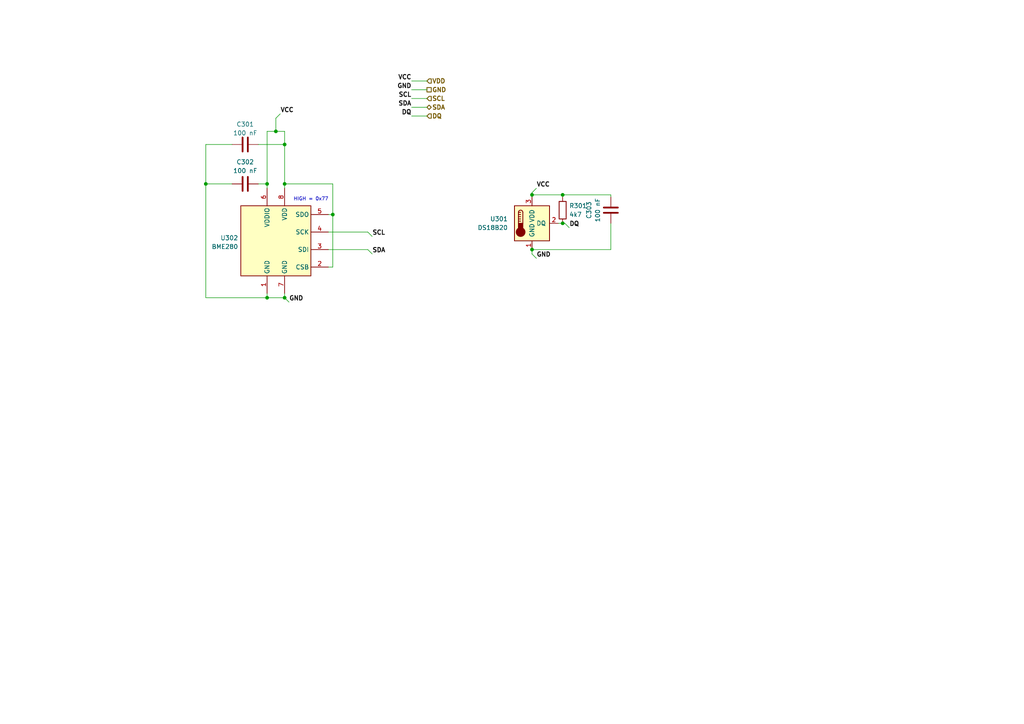
<source format=kicad_sch>
(kicad_sch (version 20211123) (generator eeschema)
  (paper "A4")
  (title_block (title "CanSat 2023") (rev "2022") (company "The Project SkyFall") (comment 1 "David Haisman"))
  (lib_symbols
    (symbol "Device:C" (pin_numbers hide) (pin_names (offset 0.254))
      (property "Reference" "C" (at 0.635 2.54 0))
      (property "Value" "C" (at 0.635 -2.54 0))
      (symbol "C_0_1"
        (polyline (pts (xy -2.032 -0.762) (xy 2.032 -0.762)) (stroke (width 0.508)))
        (polyline (pts (xy -2.032 0.762) (xy 2.032 0.762)) (stroke (width 0.508)))
      )
      (symbol "C_1_1"
        (pin passive line (at 0 3.81 270) (length 2.794) (name "~") (number "1"))
        (pin passive line (at 0 -3.81 90) (length 2.794) (name "~") (number "2"))
      )
    )
    (symbol "Device:R" (pin_numbers hide) (pin_names (offset 0))
      (property "Reference" "R" (at 2.032 0 90))
      (property "Value" "R" (at 0 0 90))
      (symbol "R_0_1"
        (rectangle (start -1.016 -2.54) (end 1.016 2.54) (stroke (width 0.254)))
      )
      (symbol "R_1_1"
        (pin passive line (at 0 3.81 270) (length 1.27) (name "~") (number "1"))
        (pin passive line (at 0 -3.81 90) (length 1.27) (name "~") (number "2"))
      )
    )
    (symbol "Sensor:BME280"
      (property "Reference" "U" (at -8.89 11.43 0))
      (property "Value" "BME280" (at 7.62 11.43 0))
      (symbol "BME280_0_1"
        (rectangle (start -10.16 10.16) (end 10.16 -10.16) (stroke (width 0.254)) (fill (type background)))
      )
      (symbol "BME280_1_1"
        (pin power_in line (at -2.54 -15.24 90) (length 5.08) (name "GND") (number "1"))
        (pin input line (at 15.24 -7.62 180) (length 5.08) (name "CSB") (number "2"))
        (pin bidirectional line (at 15.24 -2.54 180) (length 5.08) (name "SDI") (number "3"))
        (pin input line (at 15.24 2.54 180) (length 5.08) (name "SCK") (number "4"))
        (pin bidirectional line (at 15.24 7.62 180) (length 5.08) (name "SDO") (number "5"))
        (pin power_in line (at -2.54 15.24 270) (length 5.08) (name "VDDIO") (number "6"))
        (pin power_in line (at 2.54 -15.24 90) (length 5.08) (name "GND") (number "7"))
        (pin power_in line (at 2.54 15.24 270) (length 5.08) (name "VDD") (number "8"))
      )
    )
    (symbol "Sensor_Temperature:DS18B20" (pin_names (offset 1.016))
      (property "Reference" "U" (at -3.81 6.35 0))
      (property "Value" "DS18B20" (at 6.35 6.35 0))
      (symbol "DS18B20_0_1"
        (rectangle (start -5.08 5.08) (end 5.08 -5.08) (stroke (width 0.254)) (fill (type background)))
        (circle (center -3.302 -2.54) (radius 1.27) (stroke (width 0.254)) (fill (type outline)))
        (rectangle (start -2.667 -1.905) (end -3.937 0) (stroke (width 0.254)) (fill (type outline)))
        (arc (start -2.667 3.175) (mid -3.302 3.81) (end -3.937 3.175) (stroke (width 0.254)))
        (polyline (pts (xy -3.937 0.635) (xy -3.302 0.635)) (stroke (width 0.254)))
        (polyline (pts (xy -3.937 1.27) (xy -3.302 1.27)) (stroke (width 0.254)))
        (polyline (pts (xy -3.937 1.905) (xy -3.302 1.905)) (stroke (width 0.254)))
        (polyline (pts (xy -3.937 2.54) (xy -3.302 2.54)) (stroke (width 0.254)))
        (polyline (pts (xy -3.937 3.175) (xy -3.937 0)) (stroke (width 0.254)))
        (polyline (pts (xy -3.937 3.175) (xy -3.302 3.175)) (stroke (width 0.254)))
        (polyline (pts (xy -2.667 3.175) (xy -2.667 0)) (stroke (width 0.254)))
      )
      (symbol "DS18B20_1_1"
        (pin power_in line (at 0 -7.62 90) (length 2.54) (name "GND") (number "1"))
        (pin bidirectional line (at 7.62 0 180) (length 2.54) (name "DQ") (number "2"))
        (pin power_in line (at 0 7.62 270) (length 2.54) (name "VDD") (number "3"))
      )
    )
  )
  (junction (at 80.01 38.1))
  (junction (at 59.69 53.34))
  (junction (at 82.55 86.36))
  (junction (at 82.55 53.34))
  (junction (at 82.55 41.91))
  (junction (at 163.195 64.77))
  (junction (at 77.47 53.34))
  (junction (at 154.305 72.39))
  (junction (at 77.47 86.36))
  (junction (at 96.52 62.23))
  (junction (at 154.305 56.515))
  (junction (at 163.195 56.515))
  (wire (pts (xy 59.69 41.91) (xy 59.69 53.34)))
  (wire (pts (xy 74.93 41.91) (xy 82.55 41.91)))
  (wire (pts (xy 77.47 86.36) (xy 82.55 86.36)))
  (wire (pts (xy 82.55 86.36) (xy 83.82 87.63)))
  (wire (pts (xy 96.52 62.23) (xy 96.52 77.47)))
  (wire (pts (xy 77.47 85.09) (xy 77.47 86.36)))
  (wire (pts (xy 80.01 38.1) (xy 80.01 34.29)))
  (wire (pts (xy 77.47 53.34) (xy 77.47 54.61)))
  (wire (pts (xy 119.38 31.115) (xy 123.825 31.115)))
  (wire (pts (xy 67.31 41.91) (xy 59.69 41.91)))
  (wire (pts (xy 96.52 53.34) (xy 96.52 62.23)))
  (wire (pts (xy 119.38 28.575) (xy 123.825 28.575)))
  (wire (pts (xy 95.25 72.39) (xy 106.68 72.39)))
  (wire (pts (xy 82.55 38.1) (xy 82.55 41.91)))
  (wire (pts (xy 119.38 33.655) (xy 123.825 33.655)))
  (wire (pts (xy 163.195 56.515) (xy 177.165 56.515)))
  (wire (pts (xy 96.52 77.47) (xy 95.25 77.47)))
  (wire (pts (xy 77.47 38.1) (xy 80.01 38.1)))
  (wire (pts (xy 154.305 72.39) (xy 154.305 73.66)))
  (wire (pts (xy 177.165 72.39) (xy 154.305 72.39)))
  (wire (pts (xy 154.305 57.15) (xy 154.305 56.515)))
  (wire (pts (xy 154.305 55.88) (xy 155.575 54.61)))
  (wire (pts (xy 163.83 64.77) (xy 165.1 66.04)))
  (wire (pts (xy 67.31 53.34) (xy 59.69 53.34)))
  (wire (pts (xy 106.68 72.39) (xy 107.95 73.66)))
  (wire (pts (xy 119.38 26.035) (xy 123.825 26.035)))
  (wire (pts (xy 106.68 67.31) (xy 107.95 68.58)))
  (wire (pts (xy 59.69 53.34) (xy 59.69 86.36)))
  (wire (pts (xy 82.55 54.61) (xy 82.55 53.34)))
  (wire (pts (xy 95.25 67.31) (xy 106.68 67.31)))
  (wire (pts (xy 163.195 56.515) (xy 154.305 56.515)))
  (wire (pts (xy 163.195 57.15) (xy 163.195 56.515)))
  (wire (pts (xy 82.55 86.36) (xy 82.55 85.09)))
  (wire (pts (xy 177.165 64.77) (xy 177.165 72.39)))
  (wire (pts (xy 82.55 41.91) (xy 82.55 53.34)))
  (wire (pts (xy 82.55 53.34) (xy 96.52 53.34)))
  (wire (pts (xy 161.925 64.77) (xy 163.195 64.77)))
  (wire (pts (xy 59.69 86.36) (xy 77.47 86.36)))
  (wire (pts (xy 77.47 38.1) (xy 77.47 53.34)))
  (wire (pts (xy 80.01 34.29) (xy 81.28 33.02)))
  (wire (pts (xy 95.25 62.23) (xy 96.52 62.23)))
  (wire (pts (xy 119.38 23.495) (xy 123.825 23.495)))
  (wire (pts (xy 154.305 56.515) (xy 154.305 55.88)))
  (wire (pts (xy 80.01 38.1) (xy 82.55 38.1)))
  (wire (pts (xy 74.93 53.34) (xy 77.47 53.34)))
  (wire (pts (xy 154.305 73.66) (xy 155.575 74.93)))
  (wire (pts (xy 163.195 64.77) (xy 163.83 64.77)))
  (wire (pts (xy 177.165 56.515) (xy 177.165 57.15)))
  (text "HIGH = 0x77" (at 85.09 58.42 0) (effects (font (size 1 1)) (justify left bottom)))
  (label "GND" (at 155.575 74.93 0) (effects (font bold)))
  (label "SDA" (at 119.38 31.115 180) (effects (font bold)))
  (label "SDA" (at 107.95 73.66 0) (effects (font bold)))
  (label "VCC" (at 119.38 23.495 180) (effects (font (thickness 0.254) bold)))
  (label "DQ" (at 165.1 66.04 0) (effects (font bold)))
  (label "VCC" (at 81.28 33.02 0) (effects (font (thickness 0.254) bold)))
  (label "SCL" (at 107.95 68.58 0) (effects (font bold)))
  (label "VCC" (at 155.575 54.61 0) (effects (font (thickness 0.254) bold)))
  (label "GND" (at 83.82 87.63 0) (effects (font bold)))
  (label "DQ" (at 119.38 33.655 180) (effects (font bold)))
  (label "SCL" (at 119.38 28.575 180) (effects (font bold)))
  (label "GND" (at 119.38 26.035 180) (effects (font bold)))
  (hierarchical_label "SCL" (shape input) (at 123.825 28.575 0) (effects (font (thickness 0.254) bold)))
  (hierarchical_label "SDA" (shape bidirectional) (at 123.825 31.115 0) (effects (font (thickness 0.254) bold)))
  (hierarchical_label "GND" (shape passive) (at 123.825 26.035 0) (effects (font (thickness 0.254) bold)))
  (hierarchical_label "VDD" (shape input) (at 123.825 23.495 0) (effects (font (thickness 0.254) bold)))
  (hierarchical_label "DQ" (shape input) (at 123.825 33.655 0) (effects (font bold)))
  (symbol (lib_id "Sensor_Temperature:DS18B20") (at 154.305 64.77 0) (unit 1)
    (property "Reference" "U301" (at 147.32 63.4999 0) (effects (justify right)))
    (property "Value" "DS18B20" (at 147.32 66.0399 0) (effects (justify right)))
    (property "Footprint" "Package_TO_SOT_THT:TO-92_Inline" (effects hide))
    (property "Datasheet" "http://datasheets.maximintegrated.com/en/ds/DS18B20.pdf" (effects hide))
  )
  (symbol (lib_id "Device:C") (at 71.12 53.34 270) (unit 1)
    (property "Reference" "C302" (at 71.12 46.99 90))
    (property "Value" "100 nF" (at 71.12 49.53 90))
    (property "Footprint" "Capacitor_SMD:C_0805_2012Metric" (effects hide))
  )
  (symbol (lib_id "Sensor:BME280") (at 80.01 69.85 0) (unit 1)
    (property "Reference" "U302" (at 69.088 69.0153 0) (effects (justify right)))
    (property "Value" "BME280" (at 69.088 71.5522 0) (effects (justify right)))
    (property "Footprint" "Package_LGA:Bosch_LGA-8_2.5x2.5mm_P0.65mm_ClockwisePinNumbering" (effects hide))
    (property "Datasheet" "https://ae-bst.resource.bosch.com/media/_tech/media/datasheets/BST-BME280-DS002.pdf" (effects hide))
  )
  (symbol (lib_id "Device:C") (at 71.12 41.91 270) (unit 1)
    (property "Reference" "C301" (at 71.12 36.0512 90))
    (property "Value" "100 nF" (at 71.12 38.5881 90))
    (property "Footprint" "Capacitor_SMD:C_0805_2012Metric" (effects hide))
  )
  (symbol (lib_id "Device:C") (at 177.165 60.96 0) (unit 1)
    (property "Reference" "C303" (at 170.815 60.96 90))
    (property "Value" "100 nF" (at 173.355 60.96 90))
    (property "Footprint" "Capacitor_SMD:C_0805_2012Metric" (effects hide))
  )
  (symbol (lib_id "Device:R") (at 163.195 60.96 0) (unit 1)
    (property "Reference" "R301" (at 165.1 59.6899 0) (effects (justify left)))
    (property "Value" "4k7" (at 165.1 62.2299 0) (effects (justify left)))
    (property "Footprint" "Resistor_SMD:R_0805_2012Metric" (effects hide))
  )
)
</source>
